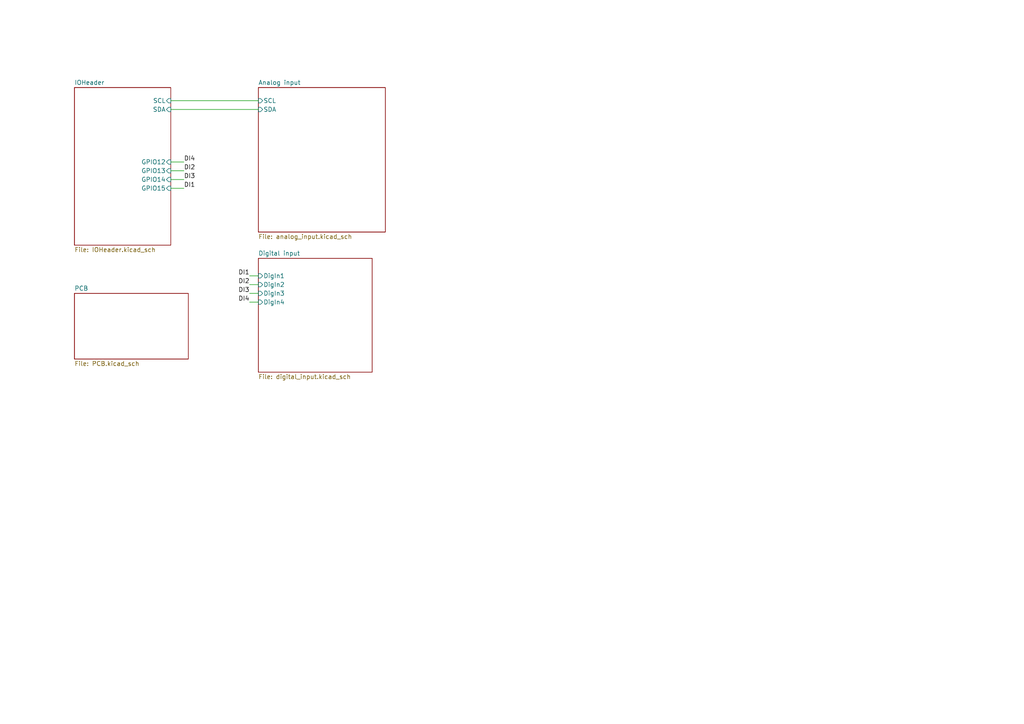
<source format=kicad_sch>
(kicad_sch (version 20211123) (generator eeschema)
  (paper "A4")
  (title_block (title "Engine Top Hat for SH-ESP32") (date "2021-12-31") (rev "1.0.0") (company "Hat Labs Ltd") (comment 1 "https://creativecommons.org/licenses/by-sa/4.0") (comment 2 "To view a copy of this license, visit ") (comment 3 "This design is licensed under CC BY-SA 4.0."))
  (lib_symbols)
  (wire (pts (xy 72.39 87.63) (xy 74.93 87.63)))
  (wire (pts (xy 53.34 46.99) (xy 49.53 46.99)))
  (wire (pts (xy 74.93 29.21) (xy 49.53 29.21)))
  (wire (pts (xy 49.53 31.75) (xy 74.93 31.75)))
  (wire (pts (xy 53.34 54.61) (xy 49.53 54.61)))
  (wire (pts (xy 74.93 80.01) (xy 72.39 80.01)))
  (wire (pts (xy 53.34 52.07) (xy 49.53 52.07)))
  (wire (pts (xy 72.39 82.55) (xy 74.93 82.55)))
  (wire (pts (xy 53.34 49.53) (xy 49.53 49.53)))
  (wire (pts (xy 72.39 85.09) (xy 74.93 85.09)))
  (label "DI4" (at 72.39 87.63 180))
  (label "DI1" (at 53.34 54.61 0))
  (label "DI1" (at 72.39 80.01 180))
  (label "DI2" (at 53.34 49.53 0))
  (label "DI4" (at 53.34 46.99 0))
  (label "DI3" (at 53.34 52.07 0))
  (label "DI2" (at 72.39 82.55 180))
  (label "DI3" (at 72.39 85.09 180))
  (sheet (at 21.59 25.4) (size 27.94 45.72)
    (property "Sheet name" "IOHeader" (at 21.59 24.6884 0) (effects (justify left bottom)))
    (property "Sheet file" "IOHeader.kicad_sch" (at 21.59 71.7046 0) (effects (justify left top)))
    (pin "GPIO12" input (at 49.53 46.99 0))
    (pin "GPIO14" input (at 49.53 52.07 0))
    (pin "GPIO13" input (at 49.53 49.53 0))
    (pin "GPIO15" input (at 49.53 54.61 0))
    (pin "SCL" input (at 49.53 29.21 0))
    (pin "SDA" input (at 49.53 31.75 0))
  )
  (sheet (at 21.59 85.09) (size 33.02 19.05)
    (property "Sheet name" "PCB" (at 21.59 84.3784 0) (effects (justify left bottom)))
    (property "Sheet file" "PCB.kicad_sch" (at 21.59 104.7246 0) (effects (justify left top)))
  )
  (sheet (at 74.93 25.4) (size 36.83 41.91)
    (property "Sheet name" "Analog input" (at 74.93 24.6884 0) (effects (justify left bottom)))
    (property "Sheet file" "analog_input.kicad_sch" (at 74.93 67.8946 0) (effects (justify left top)))
    (pin "SCL" input (at 74.93 29.21 180))
    (pin "SDA" input (at 74.93 31.75 180))
  )
  (sheet (at 74.93 74.93) (size 33.02 33.02)
    (property "Sheet name" "Digital input" (at 74.93 74.2184 0) (effects (justify left bottom)))
    (property "Sheet file" "digital_input.kicad_sch" (at 74.93 108.5346 0) (effects (justify left top)))
    (pin "DigIn1" input (at 74.93 80.01 180))
    (pin "DigIn2" input (at 74.93 82.55 180))
    (pin "DigIn3" input (at 74.93 85.09 180))
    (pin "DigIn4" input (at 74.93 87.63 180))
  )
)
</source>
